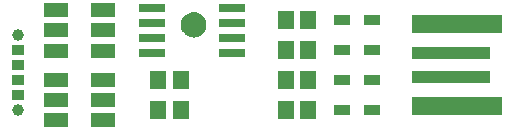
<source format=gts>
G75*
%MOIN*%
%OFA0B0*%
%FSLAX24Y24*%
%IPPOS*%
%LPD*%
%AMOC8*
5,1,8,0,0,1.08239X$1,22.5*
%
%ADD10R,0.0552X0.0631*%
%ADD11R,0.0571X0.0355*%
%ADD12R,0.0910X0.0280*%
%ADD13R,0.0827X0.0473*%
%ADD14R,0.0390X0.0360*%
%ADD15C,0.0390*%
%ADD16R,0.2993X0.0631*%
%ADD17R,0.2599X0.0434*%
%ADD18C,0.0050*%
D10*
X005806Y001542D03*
X006554Y001542D03*
X006554Y002542D03*
X005806Y002542D03*
X010056Y002542D03*
X010804Y002542D03*
X010804Y001542D03*
X010056Y001542D03*
X010056Y003542D03*
X010804Y003542D03*
X010804Y004542D03*
X010056Y004542D03*
D11*
X011930Y004542D03*
X012930Y004542D03*
X012930Y003542D03*
X011930Y003542D03*
X011930Y002542D03*
X012930Y002542D03*
X012930Y001542D03*
X011930Y001542D03*
D12*
X008260Y003442D03*
X008260Y003942D03*
X008260Y004442D03*
X008260Y004942D03*
X005610Y004942D03*
X005610Y004442D03*
X005610Y003942D03*
X005610Y003442D03*
D13*
X002393Y001213D03*
X003967Y001213D03*
X003967Y001882D03*
X002393Y001882D03*
X002393Y002551D03*
X003967Y002551D03*
X003967Y003523D03*
X002393Y003523D03*
X002393Y004192D03*
X003967Y004192D03*
X003967Y004861D03*
X002393Y004861D03*
D14*
X001130Y003542D03*
X001130Y003042D03*
X001130Y002542D03*
X001130Y002042D03*
D15*
X001130Y001542D03*
X001130Y004042D03*
D16*
X015759Y004420D03*
X015759Y001664D03*
D17*
X015562Y002648D03*
X015562Y003436D03*
D18*
X007368Y004312D02*
X007350Y004245D01*
X007321Y004183D01*
X007282Y004127D01*
X007233Y004078D01*
X007177Y004039D01*
X007115Y004010D01*
X007048Y003992D01*
X006980Y003986D01*
X006912Y003992D01*
X006845Y004010D01*
X006783Y004039D01*
X006727Y004078D01*
X006678Y004127D01*
X006639Y004183D01*
X006610Y004245D01*
X006592Y004312D01*
X006586Y004380D01*
X006592Y004448D01*
X006610Y004515D01*
X006639Y004577D01*
X006678Y004633D01*
X006727Y004682D01*
X006783Y004721D01*
X006845Y004750D01*
X006912Y004768D01*
X006980Y004774D01*
X007048Y004768D01*
X007115Y004750D01*
X007177Y004721D01*
X007233Y004682D01*
X007282Y004633D01*
X007321Y004577D01*
X007350Y004515D01*
X007368Y004448D01*
X007374Y004380D01*
X007368Y004312D01*
X007368Y004318D02*
X006592Y004318D01*
X006588Y004366D02*
X007372Y004366D01*
X007371Y004415D02*
X006589Y004415D01*
X006596Y004463D02*
X007364Y004463D01*
X007351Y004512D02*
X006609Y004512D01*
X006631Y004560D02*
X007329Y004560D01*
X007299Y004609D02*
X006661Y004609D01*
X006702Y004657D02*
X007258Y004657D01*
X007199Y004706D02*
X006761Y004706D01*
X006861Y004754D02*
X007099Y004754D01*
X007356Y004269D02*
X006604Y004269D01*
X006622Y004221D02*
X007338Y004221D01*
X007313Y004172D02*
X006647Y004172D01*
X006682Y004124D02*
X007278Y004124D01*
X007228Y004075D02*
X006732Y004075D01*
X006810Y004027D02*
X007150Y004027D01*
M02*

</source>
